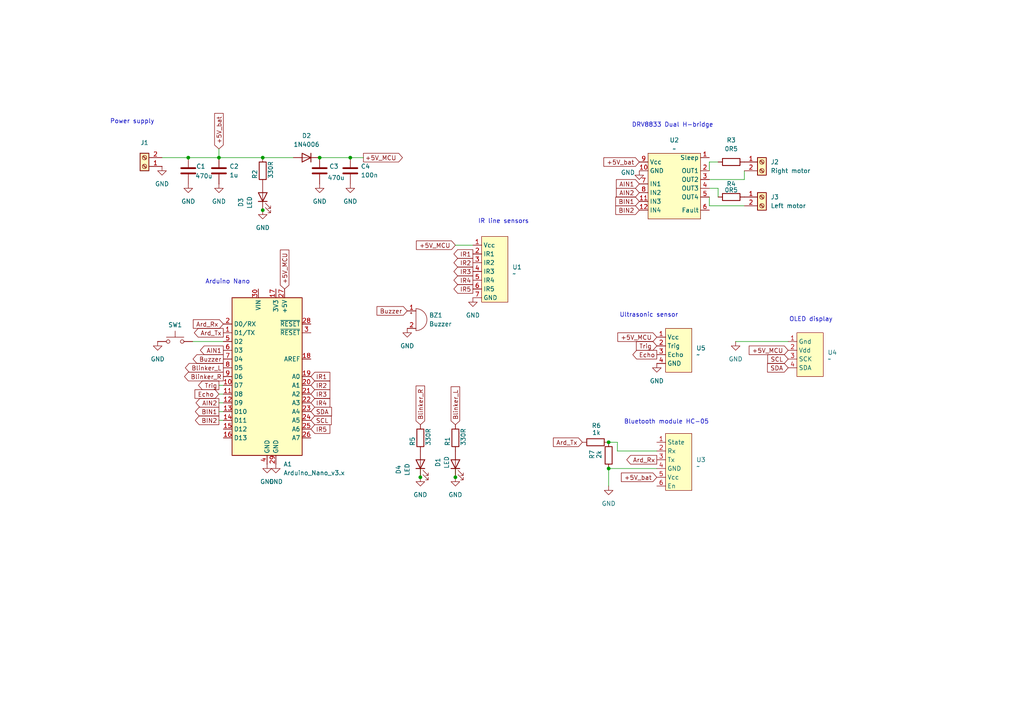
<source format=kicad_sch>
(kicad_sch (version 20250114) (generator "eeschema") (generator_version "9.0")
  (paper "A4")
  (lib_symbols
    (symbol "Connector:Screw_Terminal_01x02" (pin_names (offset 1.016) (hide yes))
      (property "Reference" "J" (at 0 2.54 0))
      (property "Value" "Screw_Terminal_01x02" (at 0 -5.08 0))
      (symbol "Screw_Terminal_01x02_1_1"
        (rectangle (start -1.27 1.27) (end 1.27 -3.81) (stroke (width 0.254)) (fill (type background)))
        (polyline (pts (xy -0.5334 0.3302) (xy 0.3302 -0.508)) (stroke (width 0.1524)))
        (polyline (pts (xy -0.5334 -2.2098) (xy 0.3302 -3.048)) (stroke (width 0.1524)))
        (polyline (pts (xy -0.3556 0.508) (xy 0.508 -0.3302)) (stroke (width 0.1524)))
        (polyline (pts (xy -0.3556 -2.032) (xy 0.508 -2.8702)) (stroke (width 0.1524)))
        (circle (center 0 0) (radius 0.635) (stroke (width 0.1524)))
        (circle (center 0 -2.54) (radius 0.635) (stroke (width 0.1524)))
        (pin passive line (at -5.08 0 0) (length 3.81) (name "Pin_1") (number "1"))
        (pin passive line (at -5.08 -2.54 0) (length 3.81) (name "Pin_2") (number "2"))
      )
    )
    (symbol "DRV_8833:5Ch_IR_sensor"
      (property "Reference" "U" (at 0 0 0))
      (symbol "5Ch_IR_sensor_1_1"
        (rectangle (start -3.81 -2.54) (end 3.81 -21.59) (fill (type background)))
        (pin power_in line (at -6.35 -5.08 0) (length 2.54) (name "Vcc") (number "1"))
        (pin input line (at -6.35 -7.62 0) (length 2.54) (name "IR1") (number "2"))
        (pin output line (at -6.35 -10.16 0) (length 2.54) (name "IR2") (number "3"))
        (pin power_in line (at -6.35 -12.7 0) (length 2.54) (name "IR3") (number "4"))
        (pin input line (at -6.35 -15.24 0) (length 2.54) (name "IR4") (number "5"))
        (pin output line (at -6.35 -17.78 0) (length 2.54) (name "IR5") (number "6"))
        (pin power_in line (at -6.35 -20.32 0) (length 2.54) (name "GND") (number "7"))
      )
    )
    (symbol "DRV_8833:DRV{colon}8833_module"
      (property "Reference" "U" (at 5.334 5.08 0))
      (symbol "DRV{colon}8833_module_1_1"
        (rectangle (start 0 3.81) (end 15.24 -15.24) (fill (type background)))
        (pin power_in line (at -2.54 1.27 0) (length 2.54) (name "Vcc") (number "9"))
        (pin power_in line (at -2.54 -1.27 0) (length 2.54) (name "GND") (number "10"))
        (pin input line (at -2.54 -5.08 0) (length 2.54) (name "IN1") (number "7"))
        (pin input line (at -2.54 -7.62 0) (length 2.54) (name "IN2") (number "8"))
        (pin input line (at -2.54 -10.16 0) (length 2.54) (name "IN3") (number "11"))
        (pin input line (at -2.54 -12.7 0) (length 2.54) (name "IN4") (number "12"))
        (pin input line (at 17.78 2.54 180) (length 2.54) (name "Sleep") (number "1"))
        (pin power_out line (at 17.78 -1.27 180) (length 2.54) (name "OUT1") (number "2"))
        (pin power_out line (at 17.78 -3.81 180) (length 2.54) (name "OUT2") (number "3"))
        (pin power_out line (at 17.78 -6.35 180) (length 2.54) (name "OUT3") (number "4"))
        (pin power_out line (at 17.78 -8.89 180) (length 2.54) (name "OUT4") (number "5"))
        (pin output line (at 17.78 -12.7 180) (length 2.54) (name "Fault") (number "6"))
      )
    )
    (symbol "DRV_8833:HC-05"
      (property "Reference" "U" (at 0 0 0))
      (symbol "HC-05_1_1"
        (rectangle (start -2.54 -1.27) (end 5.08 -17.78) (fill (type background)))
        (pin power_in line (at -5.08 -3.81 0) (length 2.54) (name "State") (number "1"))
        (pin input line (at -5.08 -6.35 0) (length 2.54) (name "Rx") (number "2"))
        (pin output line (at -5.08 -8.89 0) (length 2.54) (name "Tx") (number "3"))
        (pin power_in line (at -5.08 -11.43 0) (length 2.54) (name "GND") (number "4"))
        (pin input line (at -5.08 -13.97 0) (length 2.54) (name "Vcc") (number "5"))
        (pin power_in line (at -5.08 -16.51 0) (length 2.54) (name "En") (number "6"))
      )
    )
    (symbol "DRV_8833:HC-SR04_module"
      (property "Reference" "U" (at 0 0 0))
      (symbol "HC-SR04_module_1_1"
        (rectangle (start 1.27 -1.27) (end 8.89 -13.97) (fill (type background)))
        (pin power_in line (at -1.27 -3.81 0) (length 2.54) (name "Vcc") (number "1"))
        (pin input line (at -1.27 -6.35 0) (length 2.54) (name "Trig") (number "2"))
        (pin output line (at -1.27 -8.89 0) (length 2.54) (name "Echo") (number "3"))
        (pin power_in line (at -1.27 -11.43 0) (length 2.54) (name "GND") (number "4"))
      )
    )
    (symbol "DRV_8833:OLED_header"
      (property "Reference" "U" (at 0 0 0))
      (symbol "OLED_header_1_1"
        (rectangle (start -2.54 -1.27) (end 5.08 -13.97) (fill (type background)))
        (pin power_in line (at -5.08 -3.81 0) (length 2.54) (name "Gnd") (number "1"))
        (pin input line (at -5.08 -6.35 0) (length 2.54) (name "Vdd") (number "2"))
        (pin output line (at -5.08 -8.89 0) (length 2.54) (name "SCK") (number "3"))
        (pin power_in line (at -5.08 -11.43 0) (length 2.54) (name "SDA") (number "4"))
      )
    )
    (symbol "Device:Buzzer" (pin_names (offset 0.0254) (hide yes))
      (property "Reference" "BZ" (at 3.81 1.27 0))
      (property "Value" "Buzzer" (at 3.81 -1.27 0))
      (symbol "Buzzer_0_1"
        (polyline (pts (xy -1.651 1.905) (xy -1.143 1.905)))
        (polyline (pts (xy -1.397 2.159) (xy -1.397 1.651)))
        (arc (start 0 3.175) (mid 3.1612 0) (end 0 -3.175))
        (polyline (pts (xy 0 3.175) (xy 0 -3.175)))
      )
      (symbol "Buzzer_1_1"
        (pin passive line (at -2.54 2.54 0) (length 2.54) (name "+") (number "1"))
        (pin passive line (at -2.54 -2.54 0) (length 2.54) (name "-") (number "2"))
      )
    )
    (symbol "Device:C" (pin_numbers (hide yes)) (pin_names (offset 0.254))
      (property "Reference" "C" (at 0.635 2.54 0))
      (property "Value" "C" (at 0.635 -2.54 0))
      (symbol "C_0_1"
        (polyline (pts (xy -2.032 0.762) (xy 2.032 0.762)) (stroke (width 0.508)))
        (polyline (pts (xy -2.032 -0.762) (xy 2.032 -0.762)) (stroke (width 0.508)))
      )
      (symbol "C_1_1"
        (pin passive line (at 0 3.81 270) (length 2.794) (name "~") (number "1"))
        (pin passive line (at 0 -3.81 90) (length 2.794) (name "~") (number "2"))
      )
    )
    (symbol "Device:LED" (pin_numbers (hide yes)) (pin_names (offset 1.016) (hide yes))
      (property "Reference" "D" (at 0 2.54 0))
      (property "Value" "LED" (at 0 -2.54 0))
      (symbol "LED_0_1"
        (polyline (pts (xy -3.048 -0.762) (xy -4.572 -2.286) (xy -3.81 -2.286) (xy -4.572 -2.286) (xy -4.572 -1.524)))
        (polyline (pts (xy -1.778 -0.762) (xy -3.302 -2.286) (xy -2.54 -2.286) (xy -3.302 -2.286) (xy -3.302 -1.524)))
        (polyline (pts (xy -1.27 0) (xy 1.27 0)))
        (polyline (pts (xy -1.27 -1.27) (xy -1.27 1.27)) (stroke (width 0.254)))
        (polyline (pts (xy 1.27 -1.27) (xy 1.27 1.27) (xy -1.27 0) (xy 1.27 -1.27)) (stroke (width 0.254)))
      )
      (symbol "LED_1_1"
        (pin passive line (at -3.81 0 0) (length 2.54) (name "K") (number "1"))
        (pin passive line (at 3.81 0 180) (length 2.54) (name "A") (number "2"))
      )
    )
    (symbol "Device:R" (pin_numbers (hide yes)) (pin_names (offset 0))
      (property "Reference" "R" (at 2.032 0 90))
      (property "Value" "R" (at 0 0 90))
      (symbol "R_0_1"
        (rectangle (start -1.016 -2.54) (end 1.016 2.54) (stroke (width 0.254)))
      )
      (symbol "R_1_1"
        (pin passive line (at 0 3.81 270) (length 1.27) (name "~") (number "1"))
        (pin passive line (at 0 -3.81 90) (length 1.27) (name "~") (number "2"))
      )
    )
    (symbol "Diode:1N4006" (pin_numbers (hide yes)) (pin_names (hide yes))
      (property "Reference" "D" (at 0 2.54 0))
      (property "Value" "1N4006" (at 0 -2.54 0))
      (symbol "1N4006_0_1"
        (polyline (pts (xy -1.27 1.27) (xy -1.27 -1.27)) (stroke (width 0.254)))
        (polyline (pts (xy 1.27 1.27) (xy 1.27 -1.27) (xy -1.27 0) (xy 1.27 1.27)) (stroke (width 0.254)))
        (polyline (pts (xy 1.27 0) (xy -1.27 0)))
      )
      (symbol "1N4006_1_1"
        (pin passive line (at -3.81 0 0) (length 2.54) (name "K") (number "1"))
        (pin passive line (at 3.81 0 180) (length 2.54) (name "A") (number "2"))
      )
    )
    (symbol "MCU_Module:Arduino_Nano_v3.x"
      (property "Reference" "A" (at -10.16 23.495 0))
      (property "Value" "Arduino_Nano_v3.x" (at 5.08 -24.13 0))
      (symbol "Arduino_Nano_v3.x_0_1"
        (rectangle (start -10.16 22.86) (end 10.16 -22.86) (stroke (width 0.254)) (fill (type background)))
      )
      (symbol "Arduino_Nano_v3.x_1_1"
        (pin bidirectional line (at -12.7 15.24 0) (length 2.54) (name "D0/RX") (number "2"))
        (pin bidirectional line (at -12.7 12.7 0) (length 2.54) (name "D1/TX") (number "1"))
        (pin bidirectional line (at -12.7 10.16 0) (length 2.54) (name "D2") (number "5"))
        (pin bidirectional line (at -12.7 7.62 0) (length 2.54) (name "D3") (number "6"))
        (pin bidirectional line (at -12.7 5.08 0) (length 2.54) (name "D4") (number "7"))
        (pin bidirectional line (at -12.7 2.54 0) (length 2.54) (name "D5") (number "8"))
        (pin bidirectional line (at -12.7 0 0) (length 2.54) (name "D6") (number "9"))
        (pin bidirectional line (at -12.7 -2.54 0) (length 2.54) (name "D7") (number "10"))
        (pin bidirectional line (at -12.7 -5.08 0) (length 2.54) (name "D8") (number "11"))
        (pin bidirectional line (at -12.7 -7.62 0) (length 2.54) (name "D9") (number "12"))
        (pin bidirectional line (at -12.7 -10.16 0) (length 2.54) (name "D10") (number "13"))
        (pin bidirectional line (at -12.7 -12.7 0) (length 2.54) (name "D11") (number "14"))
        (pin bidirectional line (at -12.7 -15.24 0) (length 2.54) (name "D12") (number "15"))
        (pin bidirectional line (at -12.7 -17.78 0) (length 2.54) (name "D13") (number "16"))
        (pin power_in line (at -2.54 25.4 270) (length 2.54) (name "VIN") (number "30"))
        (pin power_in line (at 0 -25.4 90) (length 2.54) (name "GND") (number "4"))
        (pin power_out line (at 2.54 25.4 270) (length 2.54) (name "3V3") (number "17"))
        (pin power_in line (at 2.54 -25.4 90) (length 2.54) (name "GND") (number "29"))
        (pin power_out line (at 5.08 25.4 270) (length 2.54) (name "+5V") (number "27"))
        (pin input line (at 12.7 15.24 180) (length 2.54) (name "~{RESET}") (number "28"))
        (pin input line (at 12.7 12.7 180) (length 2.54) (name "~{RESET}") (number "3"))
        (pin input line (at 12.7 5.08 180) (length 2.54) (name "AREF") (number "18"))
        (pin bidirectional line (at 12.7 0 180) (length 2.54) (name "A0") (number "19"))
        (pin bidirectional line (at 12.7 -2.54 180) (length 2.54) (name "A1") (number "20"))
        (pin bidirectional line (at 12.7 -5.08 180) (length 2.54) (name "A2") (number "21"))
        (pin bidirectional line (at 12.7 -7.62 180) (length 2.54) (name "A3") (number "22"))
        (pin bidirectional line (at 12.7 -10.16 180) (length 2.54) (name "A4") (number "23"))
        (pin bidirectional line (at 12.7 -12.7 180) (length 2.54) (name "A5") (number "24"))
        (pin bidirectional line (at 12.7 -15.24 180) (length 2.54) (name "A6") (number "25"))
        (pin bidirectional line (at 12.7 -17.78 180) (length 2.54) (name "A7") (number "26"))
      )
    )
    (symbol "Switch:SW_Push" (pin_numbers (hide yes)) (pin_names (offset 1.016) (hide yes))
      (property "Reference" "SW" (at 1.27 2.54 0))
      (property "Value" "SW_Push" (at 0 -1.524 0))
      (symbol "SW_Push_0_1"
        (circle (center -2.032 0) (radius 0.508))
        (polyline (pts (xy 0 1.27) (xy 0 3.048)))
        (circle (center 2.032 0) (radius 0.508))
        (polyline (pts (xy 2.54 1.27) (xy -2.54 1.27)))
        (pin passive line (at -5.08 0 0) (length 2.54) (name "1") (number "1"))
        (pin passive line (at 5.08 0 180) (length 2.54) (name "2") (number "2"))
      )
    )
    (symbol "power:GND" (power) (pin_numbers (hide yes)) (pin_names (offset 0) (hide yes))
      (property "Value" "GND" (at 0 -3.81 0))
      (symbol "GND_0_1"
        (polyline (pts (xy 0 0) (xy 0 -1.27) (xy 1.27 -1.27) (xy 0 -2.54) (xy -1.27 -1.27) (xy 0 -1.27)))
      )
      (symbol "GND_1_1"
        (pin power_in line (at 0 0 270) (length 0) (name "~") (number "1"))
      )
    )
  )
  (text "Power supply" (at 38.354 35.306 0) (effects (font (size 1.27 1.27))))
  (text "Bluetooth module HC-05" (at 193.294 122.428 0) (effects (font (size 1.27 1.27))))
  (text "Ultrasonic sensor" (at 188.214 91.44 0) (effects (font (size 1.27 1.27))))
  (text "Arduino Nano" (at 66.04 81.788 0) (effects (font (size 1.27 1.27))))
  (text "IR line sensors" (at 146.05 64.262 0) (effects (font (size 1.27 1.27))))
  (text "OLED display" (at 235.204 92.71 0) (effects (font (size 1.27 1.27))))
  (text "DRV8833 Dual H-bridge" (at 195.072 36.322 0) (effects (font (size 1.27 1.27))))
  (junction (at 101.6 45.72))
  (junction (at 176.53 135.89))
  (junction (at 54.61 45.72))
  (junction (at 92.71 45.72))
  (junction (at 132.08 138.43))
  (junction (at 76.2 45.72))
  (junction (at 63.5 45.72))
  (junction (at 121.92 138.43))
  (junction (at 176.53 128.27))
  (junction (at 76.2 60.96))
  (wire (pts (xy 205.74 49.53) (xy 205.74 46.99)))
  (wire (pts (xy 76.2 45.72) (xy 85.09 45.72)))
  (wire (pts (xy 179.07 130.81) (xy 179.07 128.27)))
  (wire (pts (xy 92.71 45.72) (xy 101.6 45.72)))
  (wire (pts (xy 46.99 45.72) (xy 54.61 45.72)))
  (wire (pts (xy 208.28 54.61) (xy 208.28 57.15)))
  (wire (pts (xy 63.5 45.72) (xy 76.2 45.72)))
  (wire (pts (xy 176.53 135.89) (xy 190.5 135.89)))
  (wire (pts (xy 205.74 46.99) (xy 208.28 46.99)))
  (wire (pts (xy 215.9 59.69) (xy 205.74 59.69)))
  (wire (pts (xy 63.5 111.76) (xy 64.77 111.76)))
  (wire (pts (xy 105.41 45.72) (xy 101.6 45.72)))
  (wire (pts (xy 205.74 52.07) (xy 215.9 52.07)))
  (wire (pts (xy 121.92 138.43) (xy 121.92 135.89)))
  (wire (pts (xy 205.74 59.69) (xy 205.74 57.15)))
  (wire (pts (xy 190.5 130.81) (xy 179.07 130.81)))
  (wire (pts (xy 63.5 121.92) (xy 64.77 121.92)))
  (wire (pts (xy 63.5 116.84) (xy 64.77 116.84)))
  (wire (pts (xy 132.08 71.12) (xy 137.16 71.12)))
  (wire (pts (xy 205.74 54.61) (xy 208.28 54.61)))
  (wire (pts (xy 213.36 99.06) (xy 228.6 99.06)))
  (wire (pts (xy 179.07 128.27) (xy 176.53 128.27)))
  (wire (pts (xy 176.53 140.97) (xy 176.53 135.89)))
  (wire (pts (xy 63.5 43.18) (xy 63.5 45.72)))
  (wire (pts (xy 215.9 52.07) (xy 215.9 49.53)))
  (wire (pts (xy 63.5 119.38) (xy 64.77 119.38)))
  (wire (pts (xy 63.5 114.3) (xy 64.77 114.3)))
  (wire (pts (xy 76.2 60.96) (xy 76.2 58.42)))
  (wire (pts (xy 132.08 138.43) (xy 132.08 135.89)))
  (wire (pts (xy 54.61 45.72) (xy 63.5 45.72)))
  (wire (pts (xy 55.88 99.06) (xy 64.77 99.06)))
  (global_label "+5V_MCU" (shape input) (at 190.5 97.79 180) (property "Intersheetrefs" "${INTERSHEET_REFS}" (effects (hide yes))))
  (global_label "SCL" (shape input) (at 90.17 121.92 0) (property "Intersheetrefs" "${INTERSHEET_REFS}" (effects (hide yes))))
  (global_label "IR5" (shape input) (at 90.17 124.46 0) (property "Intersheetrefs" "${INTERSHEET_REFS}" (effects (hide yes))))
  (global_label "SDA" (shape input) (at 90.17 119.38 0) (property "Intersheetrefs" "${INTERSHEET_REFS}" (effects (hide yes))))
  (global_label "+5V_MCU" (shape input) (at 228.6 101.6 180) (property "Intersheetrefs" "${INTERSHEET_REFS}" (effects (hide yes))))
  (global_label "Echo" (shape input) (at 63.5 114.3 180) (property "Intersheetrefs" "${INTERSHEET_REFS}" (effects (hide yes))))
  (global_label "+5V_bat" (shape input) (at 190.5 138.43 180) (property "Intersheetrefs" "${INTERSHEET_REFS}" (effects (hide yes))))
  (global_label "Echo" (shape output) (at 190.5 102.87 180) (property "Intersheetrefs" "${INTERSHEET_REFS}" (effects (hide yes))))
  (global_label "AIN1" (shape output) (at 64.77 101.6 180) (property "Intersheetrefs" "${INTERSHEET_REFS}" (effects (hide yes))))
  (global_label "IR3" (shape output) (at 137.16 78.74 180) (property "Intersheetrefs" "${INTERSHEET_REFS}" (effects (hide yes))))
  (global_label "+5V_MCU" (shape output) (at 105.41 45.72 0) (property "Intersheetrefs" "${INTERSHEET_REFS}" (effects (hide yes))))
  (global_label "IR1" (shape input) (at 90.17 109.22 0) (property "Intersheetrefs" "${INTERSHEET_REFS}" (effects (hide yes))))
  (global_label "Ard_Tx" (shape output) (at 64.77 96.52 180) (property "Intersheetrefs" "${INTERSHEET_REFS}" (effects (hide yes))))
  (global_label "Ard_Rx" (shape output) (at 190.5 133.35 180) (property "Intersheetrefs" "${INTERSHEET_REFS}" (effects (hide yes))))
  (global_label "Ard_Tx" (shape input) (at 168.91 128.27 180) (property "Intersheetrefs" "${INTERSHEET_REFS}" (effects (hide yes))))
  (global_label "IR1" (shape output) (at 137.16 73.66 180) (property "Intersheetrefs" "${INTERSHEET_REFS}" (effects (hide yes))))
  (global_label "IR4" (shape input) (at 90.17 116.84 0) (property "Intersheetrefs" "${INTERSHEET_REFS}" (effects (hide yes))))
  (global_label "BIN1" (shape output) (at 63.5 119.38 180) (property "Intersheetrefs" "${INTERSHEET_REFS}" (effects (hide yes))))
  (global_label "Blinker_L" (shape input) (at 132.08 123.19 90) (property "Intersheetrefs" "${INTERSHEET_REFS}" (effects (hide yes))))
  (global_label "Blinker_L" (shape output) (at 64.77 106.68 180) (property "Intersheetrefs" "${INTERSHEET_REFS}" (effects (hide yes))))
  (global_label "AIN1" (shape input) (at 185.42 53.34 180) (property "Intersheetrefs" "${INTERSHEET_REFS}" (effects (hide yes))))
  (global_label "Blinker_R" (shape input) (at 121.92 123.19 90) (property "Intersheetrefs" "${INTERSHEET_REFS}" (effects (hide yes))))
  (global_label "Blinker_R" (shape output) (at 64.77 109.22 180) (property "Intersheetrefs" "${INTERSHEET_REFS}" (effects (hide yes))))
  (global_label "BIN1" (shape input) (at 185.42 58.42 180) (property "Intersheetrefs" "${INTERSHEET_REFS}" (effects (hide yes))))
  (global_label "IR2" (shape output) (at 137.16 76.2 180) (property "Intersheetrefs" "${INTERSHEET_REFS}" (effects (hide yes))))
  (global_label "+5V_MCU" (shape input) (at 82.55 83.82 90) (property "Intersheetrefs" "${INTERSHEET_REFS}" (effects (hide yes))))
  (global_label "AIN2" (shape input) (at 185.42 55.88 180) (property "Intersheetrefs" "${INTERSHEET_REFS}" (effects (hide yes))))
  (global_label "IR2" (shape input) (at 90.17 111.76 0) (property "Intersheetrefs" "${INTERSHEET_REFS}" (effects (hide yes))))
  (global_label "BIN2" (shape output) (at 63.5 121.92 180) (property "Intersheetrefs" "${INTERSHEET_REFS}" (effects (hide yes))))
  (global_label "BIN2" (shape input) (at 185.42 60.96 180) (property "Intersheetrefs" "${INTERSHEET_REFS}" (effects (hide yes))))
  (global_label "IR5" (shape output) (at 137.16 83.82 180) (property "Intersheetrefs" "${INTERSHEET_REFS}" (effects (hide yes))))
  (global_label "+5V_bat" (shape input) (at 185.42 46.99 180) (property "Intersheetrefs" "${INTERSHEET_REFS}" (effects (hide yes))))
  (global_label "SDA" (shape input) (at 228.6 106.68 180) (property "Intersheetrefs" "${INTERSHEET_REFS}" (effects (hide yes))))
  (global_label "Buzzer" (shape input) (at 118.11 90.17 180) (property "Intersheetrefs" "${INTERSHEET_REFS}" (effects (hide yes))))
  (global_label "Buzzer" (shape output) (at 64.77 104.14 180) (property "Intersheetrefs" "${INTERSHEET_REFS}" (effects (hide yes))))
  (global_label "AIN2" (shape output) (at 63.5 116.84 180) (property "Intersheetrefs" "${INTERSHEET_REFS}" (effects (hide yes))))
  (global_label "Trig" (shape input) (at 190.5 100.33 180) (property "Intersheetrefs" "${INTERSHEET_REFS}" (effects (hide yes))))
  (global_label "+5V_MCU" (shape input) (at 132.08 71.12 180) (property "Intersheetrefs" "${INTERSHEET_REFS}" (effects (hide yes))))
  (global_label "IR4" (shape output) (at 137.16 81.28 180) (property "Intersheetrefs" "${INTERSHEET_REFS}" (effects (hide yes))))
  (global_label "Trig" (shape output) (at 63.5 111.76 180) (property "Intersheetrefs" "${INTERSHEET_REFS}" (effects (hide yes))))
  (global_label "SCL" (shape input) (at 228.6 104.14 180) (property "Intersheetrefs" "${INTERSHEET_REFS}" (effects (hide yes))))
  (global_label "Ard_Rx" (shape input) (at 64.77 93.98 180) (property "Intersheetrefs" "${INTERSHEET_REFS}" (effects (hide yes))))
  (global_label "IR3" (shape input) (at 90.17 114.3 0) (property "Intersheetrefs" "${INTERSHEET_REFS}" (effects (hide yes))))
  (global_label "+5V_bat" (shape input) (at 63.5 43.18 90) (property "Intersheetrefs" "${INTERSHEET_REFS}" (effects (hide yes))))
  (symbol (lib_id "Device:C") (at 92.71 49.53 0) (unit 1)
    (property "Reference" "C3" (at 95.504 48.26 0) (effects (justify left)))
    (property "Value" "470u" (at 94.996 51.562 0) (effects (justify left)))
    (property "Footprint" "Capacitor_SMD:CP_Elec_8x6.2" (effects (hide yes)))
    (property "Description" "Unpolarized capacitor" (effects (hide yes)))
  )
  (symbol (lib_id "power:GND") (at 45.72 99.06 0) (unit 1)
    (property "Reference" "#PWR08" (effects (hide yes)))
    (property "Value" "GND" (at 45.72 104.14 0))
    (property "Description" "Power symbol creates a global label with name \"GND\" , ground" (effects (hide yes)))
  )
  (symbol (lib_id "Device:C") (at 63.5 49.53 0) (unit 1)
    (property "Reference" "C2" (at 66.548 48.26 0) (effects (justify left)))
    (property "Value" "1u" (at 66.548 50.8 0) (effects (justify left)))
    (property "Footprint" "Capacitor_SMD:C_0603_1608Metric_Pad1.08x0.95mm_HandSolder" (effects (hide yes)))
    (property "Description" "Unpolarized capacitor" (effects (hide yes)))
  )
  (symbol (lib_id "Connector:Screw_Terminal_01x02") (at 220.98 57.15 0) (unit 1)
    (property "Reference" "J3" (at 223.52 57.1499 0) (effects (justify left)))
    (property "Value" "Left motor" (at 223.52 59.6899 0) (effects (justify left)))
    (property "Footprint" "TerminalBlock:TerminalBlock_bornier-2_P5.08mm" (effects (hide yes)))
    (property "Description" "Generic screw terminal, single row, 01x02, script generated (kicad-library-utils/schlib/autogen/connector/)" (effects (hide yes)))
  )
  (symbol (lib_id "Device:C") (at 101.6 49.53 0) (unit 1)
    (property "Reference" "C4" (at 104.648 48.26 0) (effects (justify left)))
    (property "Value" "100n" (at 104.648 50.8 0) (effects (justify left)))
    (property "Footprint" "Capacitor_SMD:C_0603_1608Metric_Pad1.08x0.95mm_HandSolder" (effects (hide yes)))
    (property "Description" "Unpolarized capacitor" (effects (hide yes)))
  )
  (symbol (lib_id "power:GND") (at 118.11 95.25 0) (unit 1)
    (property "Reference" "#PWR02" (effects (hide yes)))
    (property "Value" "GND" (at 118.11 100.33 0))
    (property "Description" "Power symbol creates a global label with name \"GND\" , ground" (effects (hide yes)))
  )
  (symbol (lib_id "Connector:Screw_Terminal_01x02") (at 220.98 46.99 0) (unit 1)
    (property "Reference" "J2" (at 223.52 46.9899 0) (effects (justify left)))
    (property "Value" "Right motor" (at 223.52 49.5299 0) (effects (justify left)))
    (property "Footprint" "TerminalBlock:TerminalBlock_bornier-2_P5.08mm" (effects (hide yes)))
    (property "Description" "Generic screw terminal, single row, 01x02, script generated (kicad-library-utils/schlib/autogen/connector/)" (effects (hide yes)))
  )
  (symbol (lib_id "Switch:SW_Push") (at 50.8 99.06 0) (unit 1)
    (property "Reference" "SW1" (at 50.8 94.234 0))
    (property "Value" "SW_Push" (effects (hide yes)))
    (property "Footprint" "Button_Switch_THT:SW_PUSH_6mm" (effects (hide yes)))
    (property "Description" "Push button switch, generic, two pins" (effects (hide yes)))
  )
  (symbol (lib_id "Device:R") (at 212.09 57.15 90) (unit 1)
    (property "Reference" "R4" (at 212.09 53.34 90))
    (property "Value" "0R5" (at 212.09 55.118 90))
    (property "Footprint" "Resistor_SMD:R_0805_2012Metric_Pad1.20x1.40mm_HandSolder" (effects (hide yes)))
    (property "Description" "Resistor" (effects (hide yes)))
  )
  (symbol (lib_id "DRV_8833:HC-05") (at 195.58 124.46 0) (unit 1)
    (property "Reference" "U3" (at 201.93 133.3499 0) (effects (justify left)))
    (property "Value" "~" (at 201.93 135.255 0) (effects (justify left)))
    (property "Footprint" "DRV_8833_module:HC-05 header" (effects (hide yes)))
  )
  (symbol (lib_id "power:GND") (at 101.6 53.34 0) (unit 1)
    (property "Reference" "#PWR016" (effects (hide yes)))
    (property "Value" "GND" (at 101.6 58.42 0))
    (property "Description" "Power symbol creates a global label with name \"GND\" , ground" (effects (hide yes)))
  )
  (symbol (lib_id "power:GND") (at 76.2 60.96 0) (unit 1)
    (property "Reference" "#PWR01" (effects (hide yes)))
    (property "Value" "GND" (at 76.2 66.04 0))
    (property "Description" "Power symbol creates a global label with name \"GND\" , ground" (effects (hide yes)))
  )
  (symbol (lib_id "MCU_Module:Arduino_Nano_v3.x") (at 77.47 109.22 0) (unit 1)
    (property "Reference" "A1" (at 82.2041 134.62 0) (effects (justify left)))
    (property "Value" "Arduino_Nano_v3.x" (at 82.2041 137.16 0) (effects (justify left)))
    (property "Footprint" "Module:Arduino_Nano" (effects (hide yes)))
    (property "Datasheet" "http://www.mouser.com/pdfdocs/Gravitech_Arduino_Nano3_0.pdf" (effects (hide yes)))
    (property "Description" "Arduino Nano v3.x" (effects (hide yes)))
  )
  (symbol (lib_id "power:GND") (at 121.92 138.43 0) (unit 1)
    (property "Reference" "#PWR03" (effects (hide yes)))
    (property "Value" "GND" (at 121.92 143.51 0))
    (property "Description" "Power symbol creates a global label with name \"GND\" , ground" (effects (hide yes)))
  )
  (symbol (lib_id "power:GND") (at 185.42 49.53 0) (unit 1)
    (property "Reference" "#PWR09" (effects (hide yes)))
    (property "Value" "GND" (at 182.118 50.038 0))
    (property "Description" "Power symbol creates a global label with name \"GND\" , ground" (effects (hide yes)))
  )
  (symbol (lib_id "DRV_8833:OLED_header") (at 233.68 95.25 0) (unit 1)
    (property "Reference" "U4" (at 240.03 102.2349 0) (effects (justify left)))
    (property "Value" "~" (at 240.03 104.14 0) (effects (justify left)))
    (property "Footprint" "DRV_8833_module:OLED display header" (effects (hide yes)))
  )
  (symbol (lib_id "Device:R") (at 132.08 127 180) (unit 1)
    (property "Reference" "R1" (at 129.794 128.016 90))
    (property "Value" "330R" (at 134.366 126.746 90))
    (property "Footprint" "Resistor_SMD:R_0603_1608Metric_Pad0.98x0.95mm_HandSolder" (effects (hide yes)))
    (property "Description" "Resistor" (effects (hide yes)))
  )
  (symbol (lib_id "DRV_8833:HC-SR04_module") (at 191.77 93.98 0) (unit 1)
    (property "Reference" "U5" (at 201.93 100.9649 0) (effects (justify left)))
    (property "Value" "~" (at 201.93 102.87 0) (effects (justify left)))
    (property "Footprint" "DRV_8833_module:HC-SR04_module" (effects (hide yes)))
  )
  (symbol (lib_id "power:GND") (at 77.47 134.62 0) (unit 1)
    (property "Reference" "#PWR06" (effects (hide yes)))
    (property "Value" "GND" (at 77.47 139.7 0))
    (property "Description" "Power symbol creates a global label with name \"GND\" , ground" (effects (hide yes)))
  )
  (symbol (lib_id "Device:R") (at 212.09 46.99 90) (unit 1)
    (property "Reference" "R3" (at 212.09 40.64 90))
    (property "Value" "0R5" (at 212.09 43.18 90))
    (property "Footprint" "Resistor_SMD:R_0805_2012Metric_Pad1.20x1.40mm_HandSolder" (effects (hide yes)))
    (property "Description" "Resistor" (effects (hide yes)))
  )
  (symbol (lib_id "power:GND") (at 213.36 99.06 0) (unit 1)
    (property "Reference" "#PWR017" (effects (hide yes)))
    (property "Value" "GND" (at 213.36 104.14 0))
    (property "Description" "Power symbol creates a global label with name \"GND\" , ground" (effects (hide yes)))
  )
  (symbol (lib_id "Device:LED") (at 121.92 134.62 90) (unit 1)
    (property "Reference" "D4" (at 115.57 136.2075 0))
    (property "Value" "LED" (at 118.11 136.2075 0))
    (property "Footprint" "Diode_SMD:D_0603_1608Metric_Pad1.05x0.95mm_HandSolder" (effects (hide yes)))
    (property "Description" "Light emitting diode" (effects (hide yes)))
  )
  (symbol (lib_id "power:GND") (at 46.99 48.26 0) (unit 1)
    (property "Reference" "#PWR012" (effects (hide yes)))
    (property "Value" "GND" (at 46.99 53.34 0))
    (property "Description" "Power symbol creates a global label with name \"GND\" , ground" (effects (hide yes)))
  )
  (symbol (lib_id "Device:LED") (at 132.08 134.62 90) (unit 1)
    (property "Reference" "D1" (at 127 134.112 0))
    (property "Value" "LED" (at 129.54 134.112 0))
    (property "Footprint" "Diode_SMD:D_0603_1608Metric_Pad1.05x0.95mm_HandSolder" (effects (hide yes)))
    (property "Description" "Light emitting diode" (effects (hide yes)))
  )
  (symbol (lib_id "power:GND") (at 190.5 105.41 0) (unit 1)
    (property "Reference" "#PWR010" (effects (hide yes)))
    (property "Value" "GND" (at 190.5 110.49 0))
    (property "Description" "Power symbol creates a global label with name \"GND\" , ground" (effects (hide yes)))
  )
  (symbol (lib_id "DRV_8833:5Ch_IR_sensor") (at 143.51 66.04 0) (unit 1)
    (property "Reference" "U1" (at 148.59 77.4699 0) (effects (justify left)))
    (property "Value" "~" (at 148.59 79.375 0) (effects (justify left)))
    (property "Footprint" "DRV_8833_module:IR sensor header" (effects (hide yes)))
  )
  (symbol (lib_id "Device:Buzzer") (at 120.65 92.71 0) (unit 1)
    (property "Reference" "BZ1" (at 124.46 91.4399 0) (effects (justify left)))
    (property "Value" "Buzzer" (at 124.46 93.9799 0) (effects (justify left)))
    (property "Footprint" "Buzzer_Beeper:Buzzer_12x9.5RM7.6" (effects (hide yes)))
    (property "Description" "Buzzer, polarized" (effects (hide yes)))
  )
  (symbol (lib_id "Diode:1N4006") (at 88.9 45.72 180) (unit 1)
    (property "Reference" "D2" (at 88.9 39.37 0))
    (property "Value" "1N4006" (at 88.9 41.91 0))
    (property "Footprint" "Diode_SMD:D_SMA-SMB_Universal_Handsoldering" (effects (hide yes)))
    (property "Datasheet" "http://www.vishay.com/docs/88503/1n4001.pdf" (effects (hide yes)))
    (property "Description" "800V 1A General Purpose Rectifier Diode, DO-41" (effects (hide yes)))
    (property "Sim.Device" "D" (effects (hide yes)))
    (property "Sim.Pins" "1=K 2=A" (effects (hide yes)))
  )
  (symbol (lib_id "power:GND") (at 92.71 53.34 0) (unit 1)
    (property "Reference" "#PWR015" (effects (hide yes)))
    (property "Value" "GND" (at 92.71 58.42 0))
    (property "Description" "Power symbol creates a global label with name \"GND\" , ground" (effects (hide yes)))
  )
  (symbol (lib_id "power:GND") (at 176.53 140.97 0) (unit 1)
    (property "Reference" "#PWR011" (effects (hide yes)))
    (property "Value" "GND" (at 176.53 146.05 0))
    (property "Description" "Power symbol creates a global label with name \"GND\" , ground" (effects (hide yes)))
  )
  (symbol (lib_id "Device:R") (at 121.92 127 180) (unit 1)
    (property "Reference" "R5" (at 119.634 128.016 90))
    (property "Value" "330R" (at 124.206 126.746 90))
    (property "Footprint" "Resistor_SMD:R_0603_1608Metric_Pad0.98x0.95mm_HandSolder" (effects (hide yes)))
    (property "Description" "Resistor" (effects (hide yes)))
  )
  (symbol (lib_id "DRV_8833:DRV{colon}8833_module") (at 187.96 48.26 0) (unit 1)
    (property "Reference" "U2" (at 195.58 40.64 0))
    (property "Value" "~" (at 195.58 43.18 0))
    (property "Footprint" "DRV_8833_module:DIP-12_W15.24mm" (effects (hide yes)))
  )
  (symbol (lib_id "power:GND") (at 132.08 138.43 0) (unit 1)
    (property "Reference" "#PWR04" (effects (hide yes)))
    (property "Value" "GND" (at 132.08 143.51 0))
    (property "Description" "Power symbol creates a global label with name \"GND\" , ground" (effects (hide yes)))
  )
  (symbol (lib_id "Device:R") (at 76.2 49.53 180) (unit 1)
    (property "Reference" "R2" (at 73.914 50.546 90))
    (property "Value" "330R" (at 78.486 49.276 90))
    (property "Footprint" "Resistor_SMD:R_0603_1608Metric_Pad0.98x0.95mm_HandSolder" (effects (hide yes)))
    (property "Description" "Resistor" (effects (hide yes)))
  )
  (symbol (lib_id "Device:LED") (at 76.2 57.15 90) (unit 1)
    (property "Reference" "D3" (at 69.85 58.7375 0))
    (property "Value" "LED" (at 72.39 58.7375 0))
    (property "Footprint" "Diode_SMD:D_0603_1608Metric_Pad1.05x0.95mm_HandSolder" (effects (hide yes)))
    (property "Description" "Light emitting diode" (effects (hide yes)))
  )
  (symbol (lib_id "Device:R") (at 176.53 132.08 180) (unit 1)
    (property "Reference" "R7" (at 171.704 131.826 90))
    (property "Value" "2k" (at 173.736 131.826 90))
    (property "Footprint" "Resistor_SMD:R_0603_1608Metric_Pad0.98x0.95mm_HandSolder" (effects (hide yes)))
    (property "Description" "Resistor" (effects (hide yes)))
  )
  (symbol (lib_id "Device:C") (at 54.61 49.53 0) (unit 1)
    (property "Reference" "C1" (at 56.896 48.26 0) (effects (justify left)))
    (property "Value" "470u" (at 56.642 51.054 0) (effects (justify left)))
    (property "Footprint" "Capacitor_SMD:CP_Elec_8x6.2" (effects (hide yes)))
    (property "Description" "Unpolarized capacitor" (effects (hide yes)))
  )
  (symbol (lib_id "power:GND") (at 63.5 53.34 0) (unit 1)
    (property "Reference" "#PWR013" (effects (hide yes)))
    (property "Value" "GND" (at 63.5 58.42 0))
    (property "Description" "Power symbol creates a global label with name \"GND\" , ground" (effects (hide yes)))
  )
  (symbol (lib_id "power:GND") (at 54.61 53.34 0) (unit 1)
    (property "Reference" "#PWR014" (effects (hide yes)))
    (property "Value" "GND" (at 54.61 58.42 0))
    (property "Description" "Power symbol creates a global label with name \"GND\" , ground" (effects (hide yes)))
  )
  (symbol (lib_id "Connector:Screw_Terminal_01x02") (at 41.91 48.26 180) (unit 1)
    (property "Reference" "J1" (at 41.91 41.402 0))
    (property "Value" "Screw_Terminal_01x02" (effects (hide yes)))
    (property "Footprint" "TerminalBlock:TerminalBlock_bornier-2_P5.08mm" (effects (hide yes)))
    (property "Description" "Generic screw terminal, single row, 01x02, script generated (kicad-library-utils/schlib/autogen/connector/)" (effects (hide yes)))
  )
  (symbol (lib_id "Device:R") (at 172.72 128.27 90) (unit 1)
    (property "Reference" "R6" (at 172.974 123.444 90))
    (property "Value" "1k" (at 172.974 125.476 90))
    (property "Footprint" "Resistor_SMD:R_0603_1608Metric_Pad0.98x0.95mm_HandSolder" (effects (hide yes)))
    (property "Description" "Resistor" (effects (hide yes)))
  )
  (symbol (lib_id "power:GND") (at 137.16 86.36 0) (unit 1)
    (property "Reference" "#PWR05" (effects (hide yes)))
    (property "Value" "GND" (at 137.16 91.44 0))
    (property "Description" "Power symbol creates a global label with name \"GND\" , ground" (effects (hide yes)))
  )
  (symbol (lib_id "power:GND") (at 80.01 134.62 0) (unit 1)
    (property "Reference" "#PWR07" (effects (hide yes)))
    (property "Value" "GND" (at 80.01 139.7 0))
    (property "Description" "Power symbol creates a global label with name \"GND\" , ground" (effects (hide yes)))
  )
)
</source>
